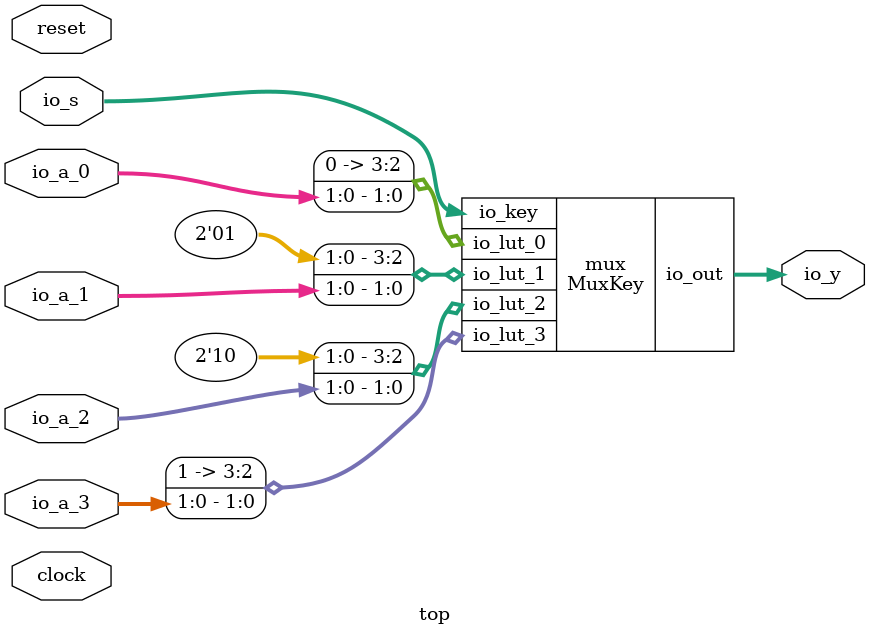
<source format=sv>
module MuxKeyInternal(	// @[src/main/scala/mux_generator/mux_generator.scala:6:7]
  output [1:0] io_out,	// @[src/main/scala/mux_generator/mux_generator.scala:7:14]
  input  [1:0] io_key,	// @[src/main/scala/mux_generator/mux_generator.scala:7:14]
  input  [3:0] io_lut_0,	// @[src/main/scala/mux_generator/mux_generator.scala:7:14]
               io_lut_1,	// @[src/main/scala/mux_generator/mux_generator.scala:7:14]
               io_lut_2,	// @[src/main/scala/mux_generator/mux_generator.scala:7:14]
               io_lut_3	// @[src/main/scala/mux_generator/mux_generator.scala:7:14]
);

  assign io_out =
    io_key == io_lut_3[3:2]
      ? io_lut_3[1:0]
      : io_key == io_lut_2[3:2]
          ? io_lut_2[1:0]
          : io_key == io_lut_1[3:2]
              ? io_lut_1[1:0]
              : io_key == io_lut_0[3:2] ? io_lut_0[1:0] : 2'h0;	// @[src/main/scala/mux_generator/mux_generator.scala:6:7, :20:31, :21:31, :26:10, :30:{17,33}, :31:14]
endmodule

module MuxKey(	// @[src/main/scala/mux_generator/mux_generator.scala:39:7]
  output [1:0] io_out,	// @[src/main/scala/mux_generator/mux_generator.scala:40:14]
  input  [1:0] io_key,	// @[src/main/scala/mux_generator/mux_generator.scala:40:14]
  input  [3:0] io_lut_0,	// @[src/main/scala/mux_generator/mux_generator.scala:40:14]
               io_lut_1,	// @[src/main/scala/mux_generator/mux_generator.scala:40:14]
               io_lut_2,	// @[src/main/scala/mux_generator/mux_generator.scala:40:14]
               io_lut_3	// @[src/main/scala/mux_generator/mux_generator.scala:40:14]
);

  MuxKeyInternal mux (	// @[src/main/scala/mux_generator/mux_generator.scala:46:19]
    .io_out   (io_out),
    .io_key   (io_key),
    .io_lut_0 (io_lut_0),
    .io_lut_1 (io_lut_1),
    .io_lut_2 (io_lut_2),
    .io_lut_3 (io_lut_3)
  );	// @[src/main/scala/mux_generator/mux_generator.scala:46:19]
endmodule

module top(	// @[src/main/scala/top.scala:11:7]
  input        clock,	// @[src/main/scala/top.scala:11:7]
               reset,	// @[src/main/scala/top.scala:11:7]
  input  [1:0] io_a_0,	// @[src/main/scala/top.scala:12:14]
               io_a_1,	// @[src/main/scala/top.scala:12:14]
               io_a_2,	// @[src/main/scala/top.scala:12:14]
               io_a_3,	// @[src/main/scala/top.scala:12:14]
               io_s,	// @[src/main/scala/top.scala:12:14]
  output [1:0] io_y	// @[src/main/scala/top.scala:12:14]
);

  MuxKey mux (	// @[src/main/scala/top.scala:17:19]
    .io_out   (io_y),
    .io_key   (io_s),
    .io_lut_0 ({2'h0, io_a_0}),	// @[src/main/scala/top.scala:19:17]
    .io_lut_1 ({2'h1, io_a_1}),	// @[src/main/scala/top.scala:20:17]
    .io_lut_2 ({2'h2, io_a_2}),	// @[src/main/scala/top.scala:21:23]
    .io_lut_3 ({2'h3, io_a_3})	// @[src/main/scala/top.scala:22:23]
  );	// @[src/main/scala/top.scala:17:19]
endmodule


</source>
